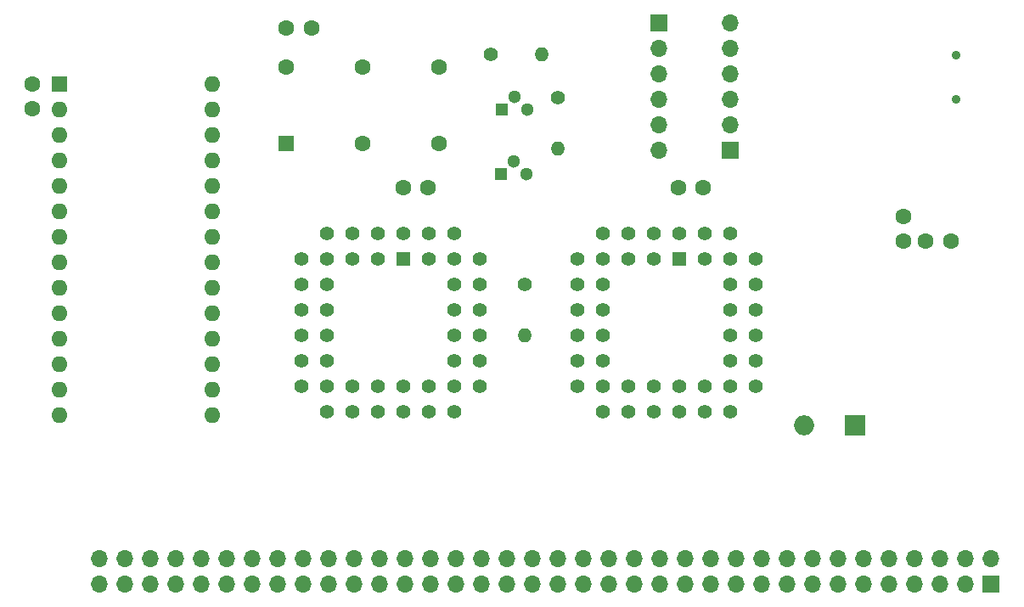
<source format=gbs>
%TF.GenerationSoftware,KiCad,Pcbnew,(5.1.12)-1*%
%TF.CreationDate,2022-08-10T21:54:59-07:00*%
%TF.ProjectId,JBX16_UARTCard,4a425831-365f-4554-9152-54436172642e,rev?*%
%TF.SameCoordinates,Original*%
%TF.FileFunction,Soldermask,Bot*%
%TF.FilePolarity,Negative*%
%FSLAX46Y46*%
G04 Gerber Fmt 4.6, Leading zero omitted, Abs format (unit mm)*
G04 Created by KiCad (PCBNEW (5.1.12)-1) date 2022-08-10 21:54:59*
%MOMM*%
%LPD*%
G01*
G04 APERTURE LIST*
%ADD10O,1.700000X1.700000*%
%ADD11R,1.700000X1.700000*%
%ADD12O,1.400000X1.400000*%
%ADD13C,1.400000*%
%ADD14R,1.300000X1.300000*%
%ADD15C,1.300000*%
%ADD16C,1.600000*%
%ADD17O,2.000000X2.000000*%
%ADD18R,2.000000X2.000000*%
%ADD19O,1.600000X1.600000*%
%ADD20R,1.600000X1.600000*%
%ADD21C,0.900000*%
%ADD22C,1.422400*%
%ADD23R,1.422400X1.422400*%
G04 APERTURE END LIST*
D10*
%TO.C,J3*%
X145973800Y-93827600D03*
X145973800Y-91287600D03*
X145973800Y-88747600D03*
X145973800Y-86207600D03*
X145973800Y-83667600D03*
D11*
X145973800Y-81127600D03*
%TD*%
D12*
%TO.C,R3*%
X134279640Y-84244180D03*
D13*
X129199640Y-84244180D03*
%TD*%
D12*
%TO.C,R2*%
X135856980Y-93644720D03*
D13*
X135856980Y-88564720D03*
%TD*%
D14*
%TO.C,Q2*%
X130266440Y-89827100D03*
D15*
X132806440Y-89827100D03*
X131536440Y-88557100D03*
%TD*%
D16*
%TO.C,C3*%
X170307000Y-100420800D03*
X170307000Y-102920800D03*
%TD*%
D17*
%TO.C,D1*%
X160428940Y-121267220D03*
D18*
X165508940Y-121267220D03*
%TD*%
D19*
%TO.C,U5*%
X101455220Y-87223600D03*
X86215220Y-120243600D03*
X101455220Y-89763600D03*
X86215220Y-117703600D03*
X101455220Y-92303600D03*
X86215220Y-115163600D03*
X101455220Y-94843600D03*
X86215220Y-112623600D03*
X101455220Y-97383600D03*
X86215220Y-110083600D03*
X101455220Y-99923600D03*
X86215220Y-107543600D03*
X101455220Y-102463600D03*
X86215220Y-105003600D03*
X101455220Y-105003600D03*
X86215220Y-102463600D03*
X101455220Y-107543600D03*
X86215220Y-99923600D03*
X101455220Y-110083600D03*
X86215220Y-97383600D03*
X101455220Y-112623600D03*
X86215220Y-94843600D03*
X101455220Y-115163600D03*
X86215220Y-92303600D03*
X101455220Y-117703600D03*
X86215220Y-89763600D03*
X101455220Y-120243600D03*
D20*
X86215220Y-87223600D03*
%TD*%
D10*
%TO.C,U6*%
X153047700Y-81122520D03*
X153047700Y-83662520D03*
X153047700Y-86202520D03*
X153047700Y-88742520D03*
X153047700Y-91282520D03*
D11*
X153047700Y-93822520D03*
%TD*%
D10*
%TO.C,J2*%
X90208300Y-137109200D03*
X90208300Y-134569200D03*
X92748300Y-137109200D03*
X92748300Y-134569200D03*
X95288300Y-137109200D03*
X95288300Y-134569200D03*
X97828300Y-137109200D03*
X97828300Y-134569200D03*
X100368300Y-137109200D03*
X100368300Y-134569200D03*
X102908300Y-137109200D03*
X102908300Y-134569200D03*
X105448300Y-137109200D03*
X105448300Y-134569200D03*
X107988300Y-137109200D03*
X107988300Y-134569200D03*
X110528300Y-137109200D03*
X110528300Y-134569200D03*
X113068300Y-137109200D03*
X113068300Y-134569200D03*
X115608300Y-137109200D03*
X115608300Y-134569200D03*
X118148300Y-137109200D03*
X118148300Y-134569200D03*
X120688300Y-137109200D03*
X120688300Y-134569200D03*
X123228300Y-137109200D03*
X123228300Y-134569200D03*
X125768300Y-137109200D03*
X125768300Y-134569200D03*
X128308300Y-137109200D03*
X128308300Y-134569200D03*
X130848300Y-137109200D03*
X130848300Y-134569200D03*
X133388300Y-137109200D03*
X133388300Y-134569200D03*
X135928300Y-137109200D03*
X135928300Y-134569200D03*
X138468300Y-137109200D03*
X138468300Y-134569200D03*
X141008300Y-137109200D03*
X141008300Y-134569200D03*
X143548300Y-137109200D03*
X143548300Y-134569200D03*
X146088300Y-137109200D03*
X146088300Y-134569200D03*
X148628300Y-137109200D03*
X148628300Y-134569200D03*
X151168300Y-137109200D03*
X151168300Y-134569200D03*
X153708300Y-137109200D03*
X153708300Y-134569200D03*
X156248300Y-137109200D03*
X156248300Y-134569200D03*
X158788300Y-137109200D03*
X158788300Y-134569200D03*
X161328300Y-137109200D03*
X161328300Y-134569200D03*
X163868300Y-137109200D03*
X163868300Y-134569200D03*
X166408300Y-137109200D03*
X166408300Y-134569200D03*
X168948300Y-137109200D03*
X168948300Y-134569200D03*
X171488300Y-137109200D03*
X171488300Y-134569200D03*
X174028300Y-137109200D03*
X174028300Y-134569200D03*
X176568300Y-137109200D03*
X176568300Y-134569200D03*
D11*
X179108300Y-137109200D03*
D10*
X179108300Y-134569200D03*
%TD*%
D21*
%TO.C,J1*%
X175562260Y-84386060D03*
X175562260Y-88786060D03*
%TD*%
D22*
%TO.C,U4*%
X128084580Y-104646940D03*
X128084580Y-107186940D03*
X128084580Y-109726940D03*
X128084580Y-112266940D03*
X128084580Y-114806940D03*
X125544580Y-102106940D03*
X125544580Y-107186940D03*
X125544580Y-109726940D03*
X125544580Y-112266940D03*
X125544580Y-114806940D03*
X125544580Y-117346940D03*
X125544580Y-119886940D03*
X123004580Y-119886940D03*
X120464580Y-119886940D03*
X117924580Y-119886940D03*
X115384580Y-119886940D03*
X112844580Y-119886940D03*
X128084580Y-117346940D03*
X123004580Y-117346940D03*
X120464580Y-117346940D03*
X117924580Y-117346940D03*
X115384580Y-117346940D03*
X112844580Y-117346940D03*
X110304580Y-117346940D03*
X110304580Y-114806940D03*
X110304580Y-112266940D03*
X110304580Y-109726940D03*
X110304580Y-107186940D03*
X110304580Y-104646940D03*
X112844580Y-114806940D03*
X112844580Y-112266940D03*
X112844580Y-109726940D03*
X112844580Y-107186940D03*
X112844580Y-104646940D03*
X123004580Y-102106940D03*
X120464580Y-102106940D03*
X112844580Y-102106940D03*
X115384580Y-102106940D03*
X117924580Y-102106940D03*
X125544580Y-104646940D03*
X123004580Y-104646940D03*
X115384580Y-104646940D03*
X117924580Y-104646940D03*
D23*
X120464580Y-104646940D03*
%TD*%
D12*
%TO.C,R1*%
X132623560Y-112278160D03*
D13*
X132623560Y-107198160D03*
%TD*%
D14*
%TO.C,Q1*%
X130230880Y-96215200D03*
D15*
X132770880Y-96215200D03*
X131500880Y-94945200D03*
%TD*%
D16*
%TO.C,C6*%
X83494880Y-87218520D03*
X83494880Y-89718520D03*
%TD*%
%TO.C,C5*%
X122969660Y-97541080D03*
X120469660Y-97541080D03*
%TD*%
%TO.C,C4*%
X175051720Y-102925880D03*
X172551720Y-102925880D03*
%TD*%
%TO.C,C2*%
X111303440Y-81655920D03*
X108803440Y-81655920D03*
%TD*%
%TO.C,C1*%
X150381340Y-97558860D03*
X147881340Y-97558860D03*
%TD*%
%TO.C,X2*%
X124045980Y-93184980D03*
X124045980Y-85564980D03*
X108805980Y-85564980D03*
D20*
X108805980Y-93184980D03*
%TD*%
D16*
%TO.C,X1*%
X116425980Y-93184980D03*
X116425980Y-85564980D03*
X108805980Y-85564980D03*
D20*
X108805980Y-93184980D03*
%TD*%
D22*
%TO.C,U1*%
X155633420Y-104679960D03*
X155633420Y-107219960D03*
X155633420Y-109759960D03*
X155633420Y-112299960D03*
X155633420Y-114839960D03*
X153093420Y-102139960D03*
X153093420Y-107219960D03*
X153093420Y-109759960D03*
X153093420Y-112299960D03*
X153093420Y-114839960D03*
X153093420Y-117379960D03*
X153093420Y-119919960D03*
X150553420Y-119919960D03*
X148013420Y-119919960D03*
X145473420Y-119919960D03*
X142933420Y-119919960D03*
X140393420Y-119919960D03*
X155633420Y-117379960D03*
X150553420Y-117379960D03*
X148013420Y-117379960D03*
X145473420Y-117379960D03*
X142933420Y-117379960D03*
X140393420Y-117379960D03*
X137853420Y-117379960D03*
X137853420Y-114839960D03*
X137853420Y-112299960D03*
X137853420Y-109759960D03*
X137853420Y-107219960D03*
X137853420Y-104679960D03*
X140393420Y-114839960D03*
X140393420Y-112299960D03*
X140393420Y-109759960D03*
X140393420Y-107219960D03*
X140393420Y-104679960D03*
X150553420Y-102139960D03*
X148013420Y-102139960D03*
X140393420Y-102139960D03*
X142933420Y-102139960D03*
X145473420Y-102139960D03*
X153093420Y-104679960D03*
X150553420Y-104679960D03*
X142933420Y-104679960D03*
X145473420Y-104679960D03*
D23*
X148013420Y-104679960D03*
%TD*%
M02*

</source>
